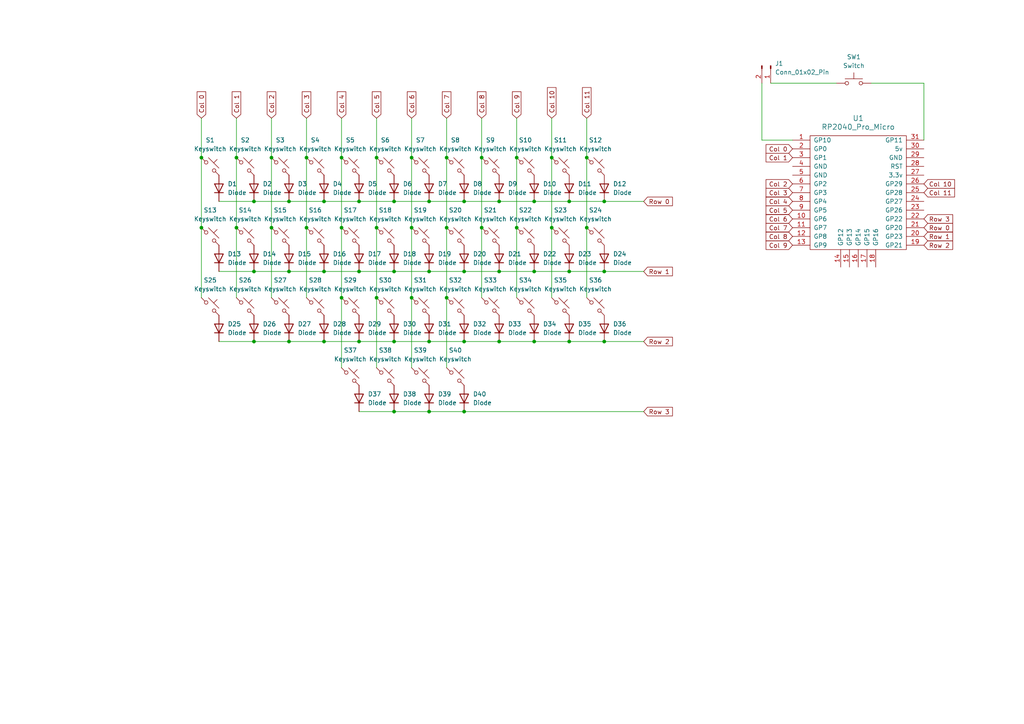
<source format=kicad_sch>
(kicad_sch (version 20231120) (generator "eeschema") (generator_version "8.0")
  (paper "A4")
  (lib_symbols
    (symbol "Connector:Conn_01x02_Pin" (pin_names (offset 1.016) hide)
      (property "Reference" "J" (at 0 2.54 0))
      (property "Value" "Conn_01x02_Pin" (at 0 -5.08 0))
      (symbol "Conn_01x02_Pin_1_1"
        (polyline (pts (xy 1.27 -2.54) (xy 0.8636 -2.54)) (stroke (width 0.1524)))
        (polyline (pts (xy 1.27 0) (xy 0.8636 0)) (stroke (width 0.1524)))
        (rectangle (start 0.8636 -2.413) (end 0 -2.667) (stroke (width 0.1524)) (fill (type outline)))
        (rectangle (start 0.8636 0.127) (end 0 -0.127) (stroke (width 0.1524)) (fill (type outline)))
        (pin passive line (at 5.08 0 180) (length 3.81) (name "Pin_1") (number "1"))
        (pin passive line (at 5.08 -2.54 180) (length 3.81) (name "Pin_2") (number "2"))
      )
    )
    (symbol "ScottoKeebs:MCU_RP2040_Pro_Micro" (pin_names (offset 1.016))
      (property "Reference" "U" (at 0 0 0))
      (property "Value" "RP2040_Pro_Micro" (at 0 -27.686 0))
      (symbol "MCU_RP2040_Pro_Micro_0_1"
        (rectangle (start -13.97 16.51) (end 13.97 -16.51))
      )
      (symbol "MCU_RP2040_Pro_Micro_1_1"
        (pin input line (at -19.05 15.24 0) (length 5.08) (name "GP10") (number "1"))
        (pin input line (at -19.05 -7.62 0) (length 5.08) (name "GP6") (number "10"))
        (pin input line (at -19.05 -10.16 0) (length 5.08) (name "GP7") (number "11"))
        (pin input line (at -19.05 -12.7 0) (length 5.08) (name "GP8") (number "12"))
        (pin input line (at -19.05 -15.24 0) (length 5.08) (name "GP9") (number "13"))
        (pin input line (at -5.08 -21.59 90) (length 5.08) (name "GP12") (number "14"))
        (pin input line (at -2.54 -21.59 90) (length 5.08) (name "GP13") (number "15"))
        (pin input line (at 0 -21.59 90) (length 5.08) (name "GP14") (number "16"))
        (pin input line (at 2.54 -21.59 90) (length 5.08) (name "GP15") (number "17"))
        (pin input line (at 5.08 -21.59 90) (length 5.08) (name "GP16") (number "18"))
        (pin input line (at 19.05 -15.24 180) (length 5.08) (name "GP21") (number "19"))
        (pin input line (at -19.05 12.7 0) (length 5.08) (name "GP0") (number "2"))
        (pin input line (at 19.05 -12.7 180) (length 5.08) (name "GP23") (number "20"))
        (pin input line (at 19.05 -10.16 180) (length 5.08) (name "GP20") (number "21"))
        (pin input line (at 19.05 -7.62 180) (length 5.08) (name "GP22") (number "22"))
        (pin input line (at 19.05 -5.08 180) (length 5.08) (name "GP26") (number "23"))
        (pin input line (at 19.05 -2.54 180) (length 5.08) (name "GP27") (number "24"))
        (pin input line (at 19.05 0 180) (length 5.08) (name "GP28") (number "25"))
        (pin input line (at 19.05 2.54 180) (length 5.08) (name "GP29") (number "26"))
        (pin input line (at 19.05 5.08 180) (length 5.08) (name "3.3v") (number "27"))
        (pin input line (at 19.05 7.62 180) (length 5.08) (name "RST") (number "28"))
        (pin input line (at 19.05 10.16 180) (length 5.08) (name "GND") (number "29"))
        (pin input line (at -19.05 10.16 0) (length 5.08) (name "GP1") (number "3"))
        (pin input line (at 19.05 12.7 180) (length 5.08) (name "5v") (number "30"))
        (pin input line (at 19.05 15.24 180) (length 5.08) (name "GP11") (number "31"))
        (pin input line (at -19.05 7.62 0) (length 5.08) (name "GND") (number "4"))
        (pin input line (at -19.05 5.08 0) (length 5.08) (name "GND") (number "5"))
        (pin input line (at -19.05 2.54 0) (length 5.08) (name "GP2") (number "6"))
        (pin input line (at -19.05 0 0) (length 5.08) (name "GP3") (number "7"))
        (pin input line (at -19.05 -2.54 0) (length 5.08) (name "GP4") (number "8"))
        (pin input line (at -19.05 -5.08 0) (length 5.08) (name "GP5") (number "9"))
      )
    )
    (symbol "ScottoKeebs:Placeholder_Diode" (pin_numbers hide) (pin_names hide)
      (property "Reference" "D" (at 0 2.54 0))
      (property "Value" "Diode" (at 0 -2.54 0))
      (symbol "Placeholder_Diode_0_1"
        (polyline (pts (xy -1.27 1.27) (xy -1.27 -1.27)) (stroke (width 0.254)))
        (polyline (pts (xy 1.27 0) (xy -1.27 0)))
        (polyline (pts (xy 1.27 1.27) (xy 1.27 -1.27) (xy -1.27 0) (xy 1.27 1.27)) (stroke (width 0.254)))
      )
      (symbol "Placeholder_Diode_1_1"
        (pin passive line (at -3.81 0 0) (length 2.54) (name "K") (number "1"))
        (pin passive line (at 3.81 0 180) (length 2.54) (name "A") (number "2"))
      )
    )
    (symbol "ScottoKeebs:Placeholder_Keyswitch" (pin_numbers hide) (pin_names (offset 1.016) hide)
      (property "Reference" "S" (at 3.048 1.016 0))
      (property "Value" "Keyswitch" (at 0 -3.81 0))
      (symbol "Placeholder_Keyswitch_0_1"
        (circle (center -1.1684 1.1684) (radius 0.508))
        (polyline (pts (xy -0.508 2.54) (xy 2.54 -0.508)))
        (polyline (pts (xy 1.016 1.016) (xy 2.032 2.032)))
        (polyline (pts (xy -2.54 2.54) (xy -1.524 1.524) (xy -1.524 1.524)))
        (polyline (pts (xy 1.524 -1.524) (xy 2.54 -2.54) (xy 2.54 -2.54) (xy 2.54 -2.54)))
        (circle (center 1.143 -1.1938) (radius 0.508))
        (pin passive line (at -2.54 2.54 0) (length 0) (name "1") (number "1"))
        (pin passive line (at 2.54 -2.54 180) (length 0) (name "2") (number "2"))
      )
    )
    (symbol "ScottoKeebs:Placeholder_Switch" (pin_numbers hide) (pin_names (offset 1.016) hide)
      (property "Reference" "SW" (at 1.27 2.54 0))
      (property "Value" "Switch" (at 0 -1.524 0))
      (symbol "Placeholder_Switch_0_1"
        (circle (center -2.032 0) (radius 0.508))
        (polyline (pts (xy 0 1.27) (xy 0 3.048)))
        (polyline (pts (xy 2.54 1.27) (xy -2.54 1.27)))
        (circle (center 2.032 0) (radius 0.508))
        (pin passive line (at -5.08 0 0) (length 2.54) (name "1") (number "1"))
        (pin passive line (at 5.08 0 180) (length 2.54) (name "2") (number "2"))
      )
    )
  )
  (junction (at 134.62 58.42))
  (junction (at 165.1 58.42))
  (junction (at 99.06 86.36))
  (junction (at 114.3 119.38))
  (junction (at 165.1 99.06))
  (junction (at 73.66 58.42))
  (junction (at 160.02 66.04))
  (junction (at 68.58 45.72))
  (junction (at 134.62 99.06))
  (junction (at 83.82 99.06))
  (junction (at 170.18 45.72))
  (junction (at 154.94 99.06))
  (junction (at 109.22 86.36))
  (junction (at 165.1 78.74))
  (junction (at 109.22 66.04))
  (junction (at 104.14 99.06))
  (junction (at 78.74 45.72))
  (junction (at 73.66 99.06))
  (junction (at 154.94 78.74))
  (junction (at 134.62 119.38))
  (junction (at 175.26 99.06))
  (junction (at 149.86 45.72))
  (junction (at 93.98 99.06))
  (junction (at 104.14 78.74))
  (junction (at 149.86 66.04))
  (junction (at 139.7 66.04))
  (junction (at 93.98 58.42))
  (junction (at 114.3 99.06))
  (junction (at 114.3 78.74))
  (junction (at 83.82 58.42))
  (junction (at 99.06 66.04))
  (junction (at 58.42 66.04))
  (junction (at 129.54 66.04))
  (junction (at 119.38 66.04))
  (junction (at 160.02 45.72))
  (junction (at 119.38 45.72))
  (junction (at 83.82 78.74))
  (junction (at 175.26 78.74))
  (junction (at 175.26 58.42))
  (junction (at 78.74 66.04))
  (junction (at 93.98 78.74))
  (junction (at 124.46 58.42))
  (junction (at 104.14 58.42))
  (junction (at 170.18 66.04))
  (junction (at 114.3 58.42))
  (junction (at 129.54 86.36))
  (junction (at 119.38 86.36))
  (junction (at 134.62 78.74))
  (junction (at 124.46 99.06))
  (junction (at 144.78 99.06))
  (junction (at 144.78 78.74))
  (junction (at 58.42 45.72))
  (junction (at 154.94 58.42))
  (junction (at 124.46 78.74))
  (junction (at 88.9 45.72))
  (junction (at 68.58 66.04))
  (junction (at 88.9 66.04))
  (junction (at 144.78 58.42))
  (junction (at 124.46 119.38))
  (junction (at 73.66 78.74))
  (junction (at 139.7 45.72))
  (junction (at 99.06 45.72))
  (junction (at 109.22 45.72))
  (junction (at 129.54 45.72))
  (wire (pts (xy 229.87 40.64) (xy 220.98 40.64)))
  (wire (pts (xy 78.74 34.29) (xy 78.74 45.72)))
  (wire (pts (xy 99.06 86.36) (xy 99.06 106.68)))
  (wire (pts (xy 78.74 66.04) (xy 78.74 86.36)))
  (wire (pts (xy 104.14 58.42) (xy 114.3 58.42)))
  (wire (pts (xy 114.3 119.38) (xy 124.46 119.38)))
  (wire (pts (xy 220.98 40.64) (xy 220.98 24.13)))
  (wire (pts (xy 252.73 24.13) (xy 267.97 24.13)))
  (wire (pts (xy 88.9 66.04) (xy 88.9 86.36)))
  (wire (pts (xy 114.3 99.06) (xy 124.46 99.06)))
  (wire (pts (xy 186.69 78.74) (xy 175.26 78.74)))
  (wire (pts (xy 93.98 58.42) (xy 104.14 58.42)))
  (wire (pts (xy 58.42 66.04) (xy 58.42 86.36)))
  (wire (pts (xy 267.97 24.13) (xy 267.97 40.64)))
  (wire (pts (xy 58.42 34.29) (xy 58.42 45.72)))
  (wire (pts (xy 149.86 66.04) (xy 149.86 86.36)))
  (wire (pts (xy 119.38 86.36) (xy 119.38 106.68)))
  (wire (pts (xy 124.46 119.38) (xy 134.62 119.38)))
  (wire (pts (xy 104.14 78.74) (xy 114.3 78.74)))
  (wire (pts (xy 134.62 99.06) (xy 144.78 99.06)))
  (wire (pts (xy 165.1 99.06) (xy 175.26 99.06)))
  (wire (pts (xy 170.18 45.72) (xy 170.18 66.04)))
  (wire (pts (xy 88.9 34.29) (xy 88.9 45.72)))
  (wire (pts (xy 104.14 119.38) (xy 114.3 119.38)))
  (wire (pts (xy 83.82 99.06) (xy 93.98 99.06)))
  (wire (pts (xy 160.02 34.29) (xy 160.02 45.72)))
  (wire (pts (xy 119.38 45.72) (xy 119.38 66.04)))
  (wire (pts (xy 93.98 78.74) (xy 104.14 78.74)))
  (wire (pts (xy 160.02 45.72) (xy 160.02 66.04)))
  (wire (pts (xy 68.58 66.04) (xy 68.58 86.36)))
  (wire (pts (xy 170.18 34.29) (xy 170.18 45.72)))
  (wire (pts (xy 149.86 34.29) (xy 149.86 45.72)))
  (wire (pts (xy 119.38 34.29) (xy 119.38 45.72)))
  (wire (pts (xy 139.7 34.29) (xy 139.7 45.72)))
  (wire (pts (xy 129.54 66.04) (xy 129.54 86.36)))
  (wire (pts (xy 165.1 78.74) (xy 175.26 78.74)))
  (wire (pts (xy 129.54 45.72) (xy 129.54 66.04)))
  (wire (pts (xy 73.66 78.74) (xy 83.82 78.74)))
  (wire (pts (xy 109.22 86.36) (xy 109.22 106.68)))
  (wire (pts (xy 104.14 99.06) (xy 114.3 99.06)))
  (wire (pts (xy 58.42 45.72) (xy 58.42 66.04)))
  (wire (pts (xy 109.22 66.04) (xy 109.22 86.36)))
  (wire (pts (xy 78.74 45.72) (xy 78.74 66.04)))
  (wire (pts (xy 93.98 99.06) (xy 104.14 99.06)))
  (wire (pts (xy 170.18 66.04) (xy 170.18 86.36)))
  (wire (pts (xy 154.94 99.06) (xy 165.1 99.06)))
  (wire (pts (xy 134.62 119.38) (xy 186.69 119.38)))
  (wire (pts (xy 134.62 78.74) (xy 144.78 78.74)))
  (wire (pts (xy 124.46 99.06) (xy 134.62 99.06)))
  (wire (pts (xy 63.5 58.42) (xy 73.66 58.42)))
  (wire (pts (xy 186.69 58.42) (xy 175.26 58.42)))
  (wire (pts (xy 154.94 78.74) (xy 165.1 78.74)))
  (wire (pts (xy 73.66 99.06) (xy 83.82 99.06)))
  (wire (pts (xy 154.94 58.42) (xy 165.1 58.42)))
  (wire (pts (xy 109.22 34.29) (xy 109.22 45.72)))
  (wire (pts (xy 144.78 58.42) (xy 154.94 58.42)))
  (wire (pts (xy 83.82 58.42) (xy 93.98 58.42)))
  (wire (pts (xy 129.54 34.29) (xy 129.54 45.72)))
  (wire (pts (xy 114.3 58.42) (xy 124.46 58.42)))
  (wire (pts (xy 160.02 66.04) (xy 160.02 86.36)))
  (wire (pts (xy 139.7 66.04) (xy 139.7 86.36)))
  (wire (pts (xy 144.78 99.06) (xy 154.94 99.06)))
  (wire (pts (xy 119.38 66.04) (xy 119.38 86.36)))
  (wire (pts (xy 73.66 58.42) (xy 83.82 58.42)))
  (wire (pts (xy 114.3 78.74) (xy 124.46 78.74)))
  (wire (pts (xy 68.58 34.29) (xy 68.58 45.72)))
  (wire (pts (xy 124.46 58.42) (xy 134.62 58.42)))
  (wire (pts (xy 165.1 58.42) (xy 175.26 58.42)))
  (wire (pts (xy 63.5 78.74) (xy 73.66 78.74)))
  (wire (pts (xy 99.06 66.04) (xy 99.06 86.36)))
  (wire (pts (xy 83.82 78.74) (xy 93.98 78.74)))
  (wire (pts (xy 88.9 45.72) (xy 88.9 66.04)))
  (wire (pts (xy 129.54 86.36) (xy 129.54 106.68)))
  (wire (pts (xy 139.7 45.72) (xy 139.7 66.04)))
  (wire (pts (xy 149.86 45.72) (xy 149.86 66.04)))
  (wire (pts (xy 68.58 45.72) (xy 68.58 66.04)))
  (wire (pts (xy 63.5 99.06) (xy 73.66 99.06)))
  (wire (pts (xy 99.06 34.29) (xy 99.06 45.72)))
  (wire (pts (xy 109.22 45.72) (xy 109.22 66.04)))
  (wire (pts (xy 144.78 78.74) (xy 154.94 78.74)))
  (wire (pts (xy 223.52 24.13) (xy 242.57 24.13)))
  (wire (pts (xy 134.62 58.42) (xy 144.78 58.42)))
  (wire (pts (xy 99.06 45.72) (xy 99.06 66.04)))
  (wire (pts (xy 124.46 78.74) (xy 134.62 78.74)))
  (wire (pts (xy 186.69 99.06) (xy 175.26 99.06)))
  (global_label "Col 7" (shape input) (at 229.87 66.04 180) (property "Intersheetrefs" "${INTERSHEET_REFS}" (effects (hide yes))))
  (global_label "Col 1" (shape input) (at 68.58 34.29 90) (property "Intersheetrefs" "${INTERSHEET_REFS}" (effects (hide yes))))
  (global_label "Col 1" (shape input) (at 229.87 45.72 180) (property "Intersheetrefs" "${INTERSHEET_REFS}" (effects (hide yes))))
  (global_label "Col 0" (shape input) (at 229.87 43.18 180) (property "Intersheetrefs" "${INTERSHEET_REFS}" (effects (hide yes))))
  (global_label "Col 10" (shape input) (at 160.02 34.29 90) (property "Intersheetrefs" "${INTERSHEET_REFS}" (effects (hide yes))))
  (global_label "Col 3" (shape input) (at 229.87 55.88 180) (property "Intersheetrefs" "${INTERSHEET_REFS}" (effects (hide yes))))
  (global_label "Col 2" (shape input) (at 78.74 34.29 90) (property "Intersheetrefs" "${INTERSHEET_REFS}" (effects (hide yes))))
  (global_label "Col 5" (shape input) (at 109.22 34.29 90) (property "Intersheetrefs" "${INTERSHEET_REFS}" (effects (hide yes))))
  (global_label "Row 3" (shape input) (at 267.97 63.5 0) (property "Intersheetrefs" "${INTERSHEET_REFS}" (effects (hide yes))))
  (global_label "Col 4" (shape input) (at 99.06 34.29 90) (property "Intersheetrefs" "${INTERSHEET_REFS}" (effects (hide yes))))
  (global_label "Col 9" (shape input) (at 229.87 71.12 180) (property "Intersheetrefs" "${INTERSHEET_REFS}" (effects (hide yes))))
  (global_label "Col 7" (shape input) (at 129.54 34.29 90) (property "Intersheetrefs" "${INTERSHEET_REFS}" (effects (hide yes))))
  (global_label "Row 0" (shape input) (at 267.97 66.04 0) (property "Intersheetrefs" "${INTERSHEET_REFS}" (effects (hide yes))))
  (global_label "Row 1" (shape input) (at 267.97 68.58 0) (property "Intersheetrefs" "${INTERSHEET_REFS}" (effects (hide yes))))
  (global_label "Col 5" (shape input) (at 229.87 60.96 180) (property "Intersheetrefs" "${INTERSHEET_REFS}" (effects (hide yes))))
  (global_label "Col 6" (shape input) (at 119.38 34.29 90) (property "Intersheetrefs" "${INTERSHEET_REFS}" (effects (hide yes))))
  (global_label "Row 3" (shape input) (at 186.69 119.38 0) (property "Intersheetrefs" "${INTERSHEET_REFS}" (effects (hide yes))))
  (global_label "Col 8" (shape input) (at 229.87 68.58 180) (property "Intersheetrefs" "${INTERSHEET_REFS}" (effects (hide yes))))
  (global_label "Row 2" (shape input) (at 186.69 99.06 0) (property "Intersheetrefs" "${INTERSHEET_REFS}" (effects (hide yes))))
  (global_label "Col 3" (shape input) (at 88.9 34.29 90) (property "Intersheetrefs" "${INTERSHEET_REFS}" (effects (hide yes))))
  (global_label "Row 1" (shape input) (at 186.69 78.74 0) (property "Intersheetrefs" "${INTERSHEET_REFS}" (effects (hide yes))))
  (global_label "Col 11" (shape input) (at 170.18 34.29 90) (property "Intersheetrefs" "${INTERSHEET_REFS}" (effects (hide yes))))
  (global_label "Row 2" (shape input) (at 267.97 71.12 0) (property "Intersheetrefs" "${INTERSHEET_REFS}" (effects (hide yes))))
  (global_label "Col 10" (shape input) (at 267.97 53.34 0) (property "Intersheetrefs" "${INTERSHEET_REFS}" (effects (hide yes))))
  (global_label "Col 2" (shape input) (at 229.87 53.34 180) (property "Intersheetrefs" "${INTERSHEET_REFS}" (effects (hide yes))))
  (global_label "Col 4" (shape input) (at 229.87 58.42 180) (property "Intersheetrefs" "${INTERSHEET_REFS}" (effects (hide yes))))
  (global_label "Col 0" (shape input) (at 58.42 34.29 90) (property "Intersheetrefs" "${INTERSHEET_REFS}" (effects (hide yes))))
  (global_label "Col 8" (shape input) (at 139.7 34.29 90) (property "Intersheetrefs" "${INTERSHEET_REFS}" (effects (hide yes))))
  (global_label "Col 9" (shape input) (at 149.86 34.29 90) (property "Intersheetrefs" "${INTERSHEET_REFS}" (effects (hide yes))))
  (global_label "Col 6" (shape input) (at 229.87 63.5 180) (property "Intersheetrefs" "${INTERSHEET_REFS}" (effects (hide yes))))
  (global_label "Col 11" (shape input) (at 267.97 55.88 0) (property "Intersheetrefs" "${INTERSHEET_REFS}" (effects (hide yes))))
  (global_label "Row 0" (shape input) (at 186.69 58.42 0) (property "Intersheetrefs" "${INTERSHEET_REFS}" (effects (hide yes))))
  (symbol (lib_id "ScottoKeebs:Placeholder_Keyswitch") (at 172.72 68.58 0) (unit 1)
    (property "Reference" "S24" (at 172.72 60.96 0))
    (property "Value" "Keyswitch" (at 172.72 63.5 0))
    (property "Footprint" "ScottoKeebs_Hotswap:Hotswap_Choc_V1_1.00u" (effects (hide yes)))
    (property "Description" "Push button switch, normally open, two pins, 45° tilted" (effects (hide yes)))
  )
  (symbol (lib_id "ScottoKeebs:Placeholder_Keyswitch") (at 101.6 88.9 0) (unit 1)
    (property "Reference" "S29" (at 101.6 81.28 0))
    (property "Value" "Keyswitch" (at 101.6 83.82 0))
    (property "Footprint" "ScottoKeebs_Hotswap:Hotswap_Choc_V1_1.00u" (effects (hide yes)))
    (property "Description" "Push button switch, normally open, two pins, 45° tilted" (effects (hide yes)))
  )
  (symbol (lib_id "ScottoKeebs:Placeholder_Keyswitch") (at 172.72 48.26 0) (unit 1)
    (property "Reference" "S12" (at 172.72 40.64 0))
    (property "Value" "Keyswitch" (at 172.72 43.18 0))
    (property "Footprint" "ScottoKeebs_Hotswap:Hotswap_Choc_V1_1.00u" (effects (hide yes)))
    (property "Description" "Push button switch, normally open, two pins, 45° tilted" (effects (hide yes)))
  )
  (symbol (lib_id "ScottoKeebs:Placeholder_Diode") (at 114.3 74.93 90) (unit 1)
    (property "Reference" "D18" (at 116.84 73.6599 90) (effects (justify right)))
    (property "Value" "Diode" (at 116.84 76.1999 90) (effects (justify right)))
    (property "Footprint" "ScottoKeebs_Components:Diode_SOD-123" (effects (hide yes)))
    (property "Description" "1N4148 (DO-35) or 1N4148W (SOD-123)" (effects (hide yes)))
    (property "Sim.Device" "D" (effects (hide yes)))
    (property "Sim.Pins" "1=K 2=A" (effects (hide yes)))
  )
  (symbol (lib_id "ScottoKeebs:Placeholder_Keyswitch") (at 81.28 88.9 0) (unit 1)
    (property "Reference" "S27" (at 81.28 81.28 0))
    (property "Value" "Keyswitch" (at 81.28 83.82 0))
    (property "Footprint" "ScottoKeebs_Hotswap:Hotswap_Choc_V1_1.00u" (effects (hide yes)))
    (property "Description" "Push button switch, normally open, two pins, 45° tilted" (effects (hide yes)))
  )
  (symbol (lib_id "ScottoKeebs:Placeholder_Diode") (at 175.26 95.25 90) (unit 1)
    (property "Reference" "D36" (at 177.8 93.9799 90) (effects (justify right)))
    (property "Value" "Diode" (at 177.8 96.5199 90) (effects (justify right)))
    (property "Footprint" "ScottoKeebs_Components:Diode_SOD-123" (effects (hide yes)))
    (property "Description" "1N4148 (DO-35) or 1N4148W (SOD-123)" (effects (hide yes)))
    (property "Sim.Device" "D" (effects (hide yes)))
    (property "Sim.Pins" "1=K 2=A" (effects (hide yes)))
  )
  (symbol (lib_id "ScottoKeebs:Placeholder_Diode") (at 165.1 74.93 90) (unit 1)
    (property "Reference" "D23" (at 167.64 73.6599 90) (effects (justify right)))
    (property "Value" "Diode" (at 167.64 76.1999 90) (effects (justify right)))
    (property "Footprint" "ScottoKeebs_Components:Diode_SOD-123" (effects (hide yes)))
    (property "Description" "1N4148 (DO-35) or 1N4148W (SOD-123)" (effects (hide yes)))
    (property "Sim.Device" "D" (effects (hide yes)))
    (property "Sim.Pins" "1=K 2=A" (effects (hide yes)))
  )
  (symbol (lib_id "ScottoKeebs:Placeholder_Diode") (at 114.3 115.57 90) (unit 1)
    (property "Reference" "D38" (at 116.84 114.2999 90) (effects (justify right)))
    (property "Value" "Diode" (at 116.84 116.8399 90) (effects (justify right)))
    (property "Footprint" "ScottoKeebs_Components:Diode_SOD-123" (effects (hide yes)))
    (property "Description" "1N4148 (DO-35) or 1N4148W (SOD-123)" (effects (hide yes)))
    (property "Sim.Device" "D" (effects (hide yes)))
    (property "Sim.Pins" "1=K 2=A" (effects (hide yes)))
  )
  (symbol (lib_id "ScottoKeebs:Placeholder_Diode") (at 83.82 95.25 90) (unit 1)
    (property "Reference" "D27" (at 86.36 93.9799 90) (effects (justify right)))
    (property "Value" "Diode" (at 86.36 96.5199 90) (effects (justify right)))
    (property "Footprint" "ScottoKeebs_Components:Diode_SOD-123" (effects (hide yes)))
    (property "Description" "1N4148 (DO-35) or 1N4148W (SOD-123)" (effects (hide yes)))
    (property "Sim.Device" "D" (effects (hide yes)))
    (property "Sim.Pins" "1=K 2=A" (effects (hide yes)))
  )
  (symbol (lib_id "ScottoKeebs:Placeholder_Diode") (at 104.14 115.57 90) (unit 1)
    (property "Reference" "D37" (at 106.68 114.2999 90) (effects (justify right)))
    (property "Value" "Diode" (at 106.68 116.8399 90) (effects (justify right)))
    (property "Footprint" "ScottoKeebs_Components:Diode_SOD-123" (effects (hide yes)))
    (property "Description" "1N4148 (DO-35) or 1N4148W (SOD-123)" (effects (hide yes)))
    (property "Sim.Device" "D" (effects (hide yes)))
    (property "Sim.Pins" "1=K 2=A" (effects (hide yes)))
  )
  (symbol (lib_id "ScottoKeebs:Placeholder_Diode") (at 93.98 74.93 90) (unit 1)
    (property "Reference" "D16" (at 96.52 73.6599 90) (effects (justify right)))
    (property "Value" "Diode" (at 96.52 76.1999 90) (effects (justify right)))
    (property "Footprint" "ScottoKeebs_Components:Diode_SOD-123" (effects (hide yes)))
    (property "Description" "1N4148 (DO-35) or 1N4148W (SOD-123)" (effects (hide yes)))
    (property "Sim.Device" "D" (effects (hide yes)))
    (property "Sim.Pins" "1=K 2=A" (effects (hide yes)))
  )
  (symbol (lib_id "ScottoKeebs:Placeholder_Diode") (at 144.78 95.25 90) (unit 1)
    (property "Reference" "D33" (at 147.32 93.9799 90) (effects (justify right)))
    (property "Value" "Diode" (at 147.32 96.5199 90) (effects (justify right)))
    (property "Footprint" "ScottoKeebs_Components:Diode_SOD-123" (effects (hide yes)))
    (property "Description" "1N4148 (DO-35) or 1N4148W (SOD-123)" (effects (hide yes)))
    (property "Sim.Device" "D" (effects (hide yes)))
    (property "Sim.Pins" "1=K 2=A" (effects (hide yes)))
  )
  (symbol (lib_id "ScottoKeebs:Placeholder_Diode") (at 104.14 95.25 90) (unit 1)
    (property "Reference" "D29" (at 106.68 93.9799 90) (effects (justify right)))
    (property "Value" "Diode" (at 106.68 96.5199 90) (effects (justify right)))
    (property "Footprint" "ScottoKeebs_Components:Diode_SOD-123" (effects (hide yes)))
    (property "Description" "1N4148 (DO-35) or 1N4148W (SOD-123)" (effects (hide yes)))
    (property "Sim.Device" "D" (effects (hide yes)))
    (property "Sim.Pins" "1=K 2=A" (effects (hide yes)))
  )
  (symbol (lib_id "ScottoKeebs:Placeholder_Keyswitch") (at 162.56 68.58 0) (unit 1)
    (property "Reference" "S23" (at 162.56 60.96 0))
    (property "Value" "Keyswitch" (at 162.56 63.5 0))
    (property "Footprint" "ScottoKeebs_Hotswap:Hotswap_Choc_V1_1.00u" (effects (hide yes)))
    (property "Description" "Push button switch, normally open, two pins, 45° tilted" (effects (hide yes)))
  )
  (symbol (lib_id "ScottoKeebs:Placeholder_Keyswitch") (at 111.76 88.9 0) (unit 1)
    (property "Reference" "S30" (at 111.76 81.28 0))
    (property "Value" "Keyswitch" (at 111.76 83.82 0))
    (property "Footprint" "ScottoKeebs_Hotswap:Hotswap_Choc_V1_1.00u" (effects (hide yes)))
    (property "Description" "Push button switch, normally open, two pins, 45° tilted" (effects (hide yes)))
  )
  (symbol (lib_id "ScottoKeebs:Placeholder_Keyswitch") (at 172.72 88.9 0) (unit 1)
    (property "Reference" "S36" (at 172.72 81.28 0))
    (property "Value" "Keyswitch" (at 172.72 83.82 0))
    (property "Footprint" "ScottoKeebs_Hotswap:Hotswap_Choc_V1_1.00u" (effects (hide yes)))
    (property "Description" "Push button switch, normally open, two pins, 45° tilted" (effects (hide yes)))
  )
  (symbol (lib_id "ScottoKeebs:Placeholder_Keyswitch") (at 101.6 48.26 0) (unit 1)
    (property "Reference" "S5" (at 101.6 40.64 0))
    (property "Value" "Keyswitch" (at 101.6 43.18 0))
    (property "Footprint" "ScottoKeebs_Hotswap:Hotswap_Choc_V1_1.00u" (effects (hide yes)))
    (property "Description" "Push button switch, normally open, two pins, 45° tilted" (effects (hide yes)))
  )
  (symbol (lib_id "ScottoKeebs:Placeholder_Keyswitch") (at 142.24 88.9 0) (unit 1)
    (property "Reference" "S33" (at 142.24 81.28 0))
    (property "Value" "Keyswitch" (at 142.24 83.82 0))
    (property "Footprint" "ScottoKeebs_Hotswap:Hotswap_Choc_V1_1.00u" (effects (hide yes)))
    (property "Description" "Push button switch, normally open, two pins, 45° tilted" (effects (hide yes)))
  )
  (symbol (lib_id "ScottoKeebs:Placeholder_Diode") (at 83.82 74.93 90) (unit 1)
    (property "Reference" "D15" (at 86.36 73.6599 90) (effects (justify right)))
    (property "Value" "Diode" (at 86.36 76.1999 90) (effects (justify right)))
    (property "Footprint" "ScottoKeebs_Components:Diode_SOD-123" (effects (hide yes)))
    (property "Description" "1N4148 (DO-35) or 1N4148W (SOD-123)" (effects (hide yes)))
    (property "Sim.Device" "D" (effects (hide yes)))
    (property "Sim.Pins" "1=K 2=A" (effects (hide yes)))
  )
  (symbol (lib_id "ScottoKeebs:Placeholder_Diode") (at 134.62 95.25 90) (unit 1)
    (property "Reference" "D32" (at 137.16 93.9799 90) (effects (justify right)))
    (property "Value" "Diode" (at 137.16 96.5199 90) (effects (justify right)))
    (property "Footprint" "ScottoKeebs_Components:Diode_SOD-123" (effects (hide yes)))
    (property "Description" "1N4148 (DO-35) or 1N4148W (SOD-123)" (effects (hide yes)))
    (property "Sim.Device" "D" (effects (hide yes)))
    (property "Sim.Pins" "1=K 2=A" (effects (hide yes)))
  )
  (symbol (lib_id "ScottoKeebs:Placeholder_Diode") (at 114.3 95.25 90) (unit 1)
    (property "Reference" "D30" (at 116.84 93.9799 90) (effects (justify right)))
    (property "Value" "Diode" (at 116.84 96.5199 90) (effects (justify right)))
    (property "Footprint" "ScottoKeebs_Components:Diode_SOD-123" (effects (hide yes)))
    (property "Description" "1N4148 (DO-35) or 1N4148W (SOD-123)" (effects (hide yes)))
    (property "Sim.Device" "D" (effects (hide yes)))
    (property "Sim.Pins" "1=K 2=A" (effects (hide yes)))
  )
  (symbol (lib_id "ScottoKeebs:Placeholder_Diode") (at 175.26 54.61 90) (unit 1)
    (property "Reference" "D12" (at 177.8 53.3399 90) (effects (justify right)))
    (property "Value" "Diode" (at 177.8 55.8799 90) (effects (justify right)))
    (property "Footprint" "ScottoKeebs_Components:Diode_SOD-123" (effects (hide yes)))
    (property "Description" "1N4148 (DO-35) or 1N4148W (SOD-123)" (effects (hide yes)))
    (property "Sim.Device" "D" (effects (hide yes)))
    (property "Sim.Pins" "1=K 2=A" (effects (hide yes)))
  )
  (symbol (lib_id "ScottoKeebs:Placeholder_Keyswitch") (at 111.76 48.26 0) (unit 1)
    (property "Reference" "S6" (at 111.76 40.64 0))
    (property "Value" "Keyswitch" (at 111.76 43.18 0))
    (property "Footprint" "ScottoKeebs_Hotswap:Hotswap_Choc_V1_1.00u" (effects (hide yes)))
    (property "Description" "Push button switch, normally open, two pins, 45° tilted" (effects (hide yes)))
  )
  (symbol (lib_id "ScottoKeebs:Placeholder_Keyswitch") (at 142.24 68.58 0) (unit 1)
    (property "Reference" "S21" (at 142.24 60.96 0))
    (property "Value" "Keyswitch" (at 142.24 63.5 0))
    (property "Footprint" "ScottoKeebs_Hotswap:Hotswap_Choc_V1_1.00u" (effects (hide yes)))
    (property "Description" "Push button switch, normally open, two pins, 45° tilted" (effects (hide yes)))
  )
  (symbol (lib_id "ScottoKeebs:Placeholder_Keyswitch") (at 71.12 68.58 0) (unit 1)
    (property "Reference" "S14" (at 71.12 60.96 0))
    (property "Value" "Keyswitch" (at 71.12 63.5 0))
    (property "Footprint" "ScottoKeebs_Hotswap:Hotswap_Choc_V1_1.00u" (effects (hide yes)))
    (property "Description" "Push button switch, normally open, two pins, 45° tilted" (effects (hide yes)))
  )
  (symbol (lib_id "ScottoKeebs:Placeholder_Diode") (at 144.78 54.61 90) (unit 1)
    (property "Reference" "D9" (at 147.32 53.3399 90) (effects (justify right)))
    (property "Value" "Diode" (at 147.32 55.8799 90) (effects (justify right)))
    (property "Footprint" "ScottoKeebs_Components:Diode_SOD-123" (effects (hide yes)))
    (property "Description" "1N4148 (DO-35) or 1N4148W (SOD-123)" (effects (hide yes)))
    (property "Sim.Device" "D" (effects (hide yes)))
    (property "Sim.Pins" "1=K 2=A" (effects (hide yes)))
  )
  (symbol (lib_id "ScottoKeebs:Placeholder_Diode") (at 104.14 74.93 90) (unit 1)
    (property "Reference" "D17" (at 106.68 73.6599 90) (effects (justify right)))
    (property "Value" "Diode" (at 106.68 76.1999 90) (effects (justify right)))
    (property "Footprint" "ScottoKeebs_Components:Diode_SOD-123" (effects (hide yes)))
    (property "Description" "1N4148 (DO-35) or 1N4148W (SOD-123)" (effects (hide yes)))
    (property "Sim.Device" "D" (effects (hide yes)))
    (property "Sim.Pins" "1=K 2=A" (effects (hide yes)))
  )
  (symbol (lib_id "ScottoKeebs:Placeholder_Keyswitch") (at 142.24 48.26 0) (unit 1)
    (property "Reference" "S9" (at 142.24 40.64 0))
    (property "Value" "Keyswitch" (at 142.24 43.18 0))
    (property "Footprint" "ScottoKeebs_Hotswap:Hotswap_Choc_V1_1.00u" (effects (hide yes)))
    (property "Description" "Push button switch, normally open, two pins, 45° tilted" (effects (hide yes)))
  )
  (symbol (lib_id "ScottoKeebs:Placeholder_Diode") (at 114.3 54.61 90) (unit 1)
    (property "Reference" "D6" (at 116.84 53.3399 90) (effects (justify right)))
    (property "Value" "Diode" (at 116.84 55.8799 90) (effects (justify right)))
    (property "Footprint" "ScottoKeebs_Components:Diode_SOD-123" (effects (hide yes)))
    (property "Description" "1N4148 (DO-35) or 1N4148W (SOD-123)" (effects (hide yes)))
    (property "Sim.Device" "D" (effects (hide yes)))
    (property "Sim.Pins" "1=K 2=A" (effects (hide yes)))
  )
  (symbol (lib_id "ScottoKeebs:Placeholder_Keyswitch") (at 91.44 68.58 0) (unit 1)
    (property "Reference" "S16" (at 91.44 60.96 0))
    (property "Value" "Keyswitch" (at 91.44 63.5 0))
    (property "Footprint" "ScottoKeebs_Hotswap:Hotswap_Choc_V1_1.00u" (effects (hide yes)))
    (property "Description" "Push button switch, normally open, two pins, 45° tilted" (effects (hide yes)))
  )
  (symbol (lib_id "ScottoKeebs:Placeholder_Keyswitch") (at 132.08 68.58 0) (unit 1)
    (property "Reference" "S20" (at 132.08 60.96 0))
    (property "Value" "Keyswitch" (at 132.08 63.5 0))
    (property "Footprint" "ScottoKeebs_Hotswap:Hotswap_Choc_V1_1.00u" (effects (hide yes)))
    (property "Description" "Push button switch, normally open, two pins, 45° tilted" (effects (hide yes)))
  )
  (symbol (lib_id "ScottoKeebs:Placeholder_Diode") (at 124.46 54.61 90) (unit 1)
    (property "Reference" "D7" (at 127 53.3399 90) (effects (justify right)))
    (property "Value" "Diode" (at 127 55.8799 90) (effects (justify right)))
    (property "Footprint" "ScottoKeebs_Components:Diode_SOD-123" (effects (hide yes)))
    (property "Description" "1N4148 (DO-35) or 1N4148W (SOD-123)" (effects (hide yes)))
    (property "Sim.Device" "D" (effects (hide yes)))
    (property "Sim.Pins" "1=K 2=A" (effects (hide yes)))
  )
  (symbol (lib_id "ScottoKeebs:Placeholder_Keyswitch") (at 121.92 109.22 0) (unit 1)
    (property "Reference" "S39" (at 121.92 101.6 0))
    (property "Value" "Keyswitch" (at 121.92 104.14 0))
    (property "Footprint" "ScottoKeebs_Hotswap:Hotswap_Choc_V1_1.00u" (effects (hide yes)))
    (property "Description" "Push button switch, normally open, two pins, 45° tilted" (effects (hide yes)))
  )
  (symbol (lib_id "ScottoKeebs:Placeholder_Diode") (at 165.1 95.25 90) (unit 1)
    (property "Reference" "D35" (at 167.64 93.9799 90) (effects (justify right)))
    (property "Value" "Diode" (at 167.64 96.5199 90) (effects (justify right)))
    (property "Footprint" "ScottoKeebs_Components:Diode_SOD-123" (effects (hide yes)))
    (property "Description" "1N4148 (DO-35) or 1N4148W (SOD-123)" (effects (hide yes)))
    (property "Sim.Device" "D" (effects (hide yes)))
    (property "Sim.Pins" "1=K 2=A" (effects (hide yes)))
  )
  (symbol (lib_id "ScottoKeebs:Placeholder_Keyswitch") (at 91.44 48.26 0) (unit 1)
    (property "Reference" "S4" (at 91.44 40.64 0))
    (property "Value" "Keyswitch" (at 91.44 43.18 0))
    (property "Footprint" "ScottoKeebs_Hotswap:Hotswap_Choc_V1_1.00u" (effects (hide yes)))
    (property "Description" "Push button switch, normally open, two pins, 45° tilted" (effects (hide yes)))
  )
  (symbol (lib_id "ScottoKeebs:Placeholder_Keyswitch") (at 60.96 48.26 0) (unit 1)
    (property "Reference" "S1" (at 60.96 40.64 0))
    (property "Value" "Keyswitch" (at 60.96 43.18 0))
    (property "Footprint" "ScottoKeebs_Hotswap:Hotswap_Choc_V1_1.00u" (effects (hide yes)))
    (property "Description" "Push button switch, normally open, two pins, 45° tilted" (effects (hide yes)))
  )
  (symbol (lib_id "ScottoKeebs:Placeholder_Diode") (at 63.5 74.93 90) (unit 1)
    (property "Reference" "D13" (at 66.04 73.6599 90) (effects (justify right)))
    (property "Value" "Diode" (at 66.04 76.1999 90) (effects (justify right)))
    (property "Footprint" "ScottoKeebs_Components:Diode_SOD-123" (effects (hide yes)))
    (property "Description" "1N4148 (DO-35) or 1N4148W (SOD-123)" (effects (hide yes)))
    (property "Sim.Device" "D" (effects (hide yes)))
    (property "Sim.Pins" "1=K 2=A" (effects (hide yes)))
  )
  (symbol (lib_id "ScottoKeebs:Placeholder_Keyswitch") (at 111.76 68.58 0) (unit 1)
    (property "Reference" "S18" (at 111.76 60.96 0))
    (property "Value" "Keyswitch" (at 111.76 63.5 0))
    (property "Footprint" "ScottoKeebs_Hotswap:Hotswap_Choc_V1_1.00u" (effects (hide yes)))
    (property "Description" "Push button switch, normally open, two pins, 45° tilted" (effects (hide yes)))
  )
  (symbol (lib_id "ScottoKeebs:Placeholder_Diode") (at 104.14 54.61 90) (unit 1)
    (property "Reference" "D5" (at 106.68 53.3399 90) (effects (justify right)))
    (property "Value" "Diode" (at 106.68 55.8799 90) (effects (justify right)))
    (property "Footprint" "ScottoKeebs_Components:Diode_SOD-123" (effects (hide yes)))
    (property "Description" "1N4148 (DO-35) or 1N4148W (SOD-123)" (effects (hide yes)))
    (property "Sim.Device" "D" (effects (hide yes)))
    (property "Sim.Pins" "1=K 2=A" (effects (hide yes)))
  )
  (symbol (lib_id "ScottoKeebs:Placeholder_Diode") (at 175.26 74.93 90) (unit 1)
    (property "Reference" "D24" (at 177.8 73.6599 90) (effects (justify right)))
    (property "Value" "Diode" (at 177.8 76.1999 90) (effects (justify right)))
    (property "Footprint" "ScottoKeebs_Components:Diode_SOD-123" (effects (hide yes)))
    (property "Description" "1N4148 (DO-35) or 1N4148W (SOD-123)" (effects (hide yes)))
    (property "Sim.Device" "D" (effects (hide yes)))
    (property "Sim.Pins" "1=K 2=A" (effects (hide yes)))
  )
  (symbol (lib_id "ScottoKeebs:Placeholder_Diode") (at 154.94 95.25 90) (unit 1)
    (property "Reference" "D34" (at 157.48 93.9799 90) (effects (justify right)))
    (property "Value" "Diode" (at 157.48 96.5199 90) (effects (justify right)))
    (property "Footprint" "ScottoKeebs_Components:Diode_SOD-123" (effects (hide yes)))
    (property "Description" "1N4148 (DO-35) or 1N4148W (SOD-123)" (effects (hide yes)))
    (property "Sim.Device" "D" (effects (hide yes)))
    (property "Sim.Pins" "1=K 2=A" (effects (hide yes)))
  )
  (symbol (lib_id "ScottoKeebs:Placeholder_Diode") (at 134.62 54.61 90) (unit 1)
    (property "Reference" "D8" (at 137.16 53.3399 90) (effects (justify right)))
    (property "Value" "Diode" (at 137.16 55.8799 90) (effects (justify right)))
    (property "Footprint" "ScottoKeebs_Components:Diode_SOD-123" (effects (hide yes)))
    (property "Description" "1N4148 (DO-35) or 1N4148W (SOD-123)" (effects (hide yes)))
    (property "Sim.Device" "D" (effects (hide yes)))
    (property "Sim.Pins" "1=K 2=A" (effects (hide yes)))
  )
  (symbol (lib_id "ScottoKeebs:Placeholder_Keyswitch") (at 121.92 48.26 0) (unit 1)
    (property "Reference" "S7" (at 121.92 40.64 0))
    (property "Value" "Keyswitch" (at 121.92 43.18 0))
    (property "Footprint" "ScottoKeebs_Hotswap:Hotswap_Choc_V1_1.00u" (effects (hide yes)))
    (property "Description" "Push button switch, normally open, two pins, 45° tilted" (effects (hide yes)))
  )
  (symbol (lib_id "ScottoKeebs:Placeholder_Diode") (at 83.82 54.61 90) (unit 1)
    (property "Reference" "D3" (at 86.36 53.3399 90) (effects (justify right)))
    (property "Value" "Diode" (at 86.36 55.8799 90) (effects (justify right)))
    (property "Footprint" "ScottoKeebs_Components:Diode_SOD-123" (effects (hide yes)))
    (property "Description" "1N4148 (DO-35) or 1N4148W (SOD-123)" (effects (hide yes)))
    (property "Sim.Device" "D" (effects (hide yes)))
    (property "Sim.Pins" "1=K 2=A" (effects (hide yes)))
  )
  (symbol (lib_id "ScottoKeebs:Placeholder_Keyswitch") (at 152.4 48.26 0) (unit 1)
    (property "Reference" "S10" (at 152.4 40.64 0))
    (property "Value" "Keyswitch" (at 152.4 43.18 0))
    (property "Footprint" "ScottoKeebs_Hotswap:Hotswap_Choc_V1_1.00u" (effects (hide yes)))
    (property "Description" "Push button switch, normally open, two pins, 45° tilted" (effects (hide yes)))
  )
  (symbol (lib_id "ScottoKeebs:Placeholder_Keyswitch") (at 132.08 109.22 0) (unit 1)
    (property "Reference" "S40" (at 132.08 101.6 0))
    (property "Value" "Keyswitch" (at 132.08 104.14 0))
    (property "Footprint" "ScottoKeebs_Hotswap:Hotswap_Choc_V1_1.00u" (effects (hide yes)))
    (property "Description" "Push button switch, normally open, two pins, 45° tilted" (effects (hide yes)))
  )
  (symbol (lib_id "ScottoKeebs:Placeholder_Keyswitch") (at 132.08 48.26 0) (unit 1)
    (property "Reference" "S8" (at 132.08 40.64 0))
    (property "Value" "Keyswitch" (at 132.08 43.18 0))
    (property "Footprint" "ScottoKeebs_Hotswap:Hotswap_Choc_V1_1.00u" (effects (hide yes)))
    (property "Description" "Push button switch, normally open, two pins, 45° tilted" (effects (hide yes)))
  )
  (symbol (lib_id "ScottoKeebs:Placeholder_Keyswitch") (at 81.28 48.26 0) (unit 1)
    (property "Reference" "S3" (at 81.28 40.64 0))
    (property "Value" "Keyswitch" (at 81.28 43.18 0))
    (property "Footprint" "ScottoKeebs_Hotswap:Hotswap_Choc_V1_1.00u" (effects (hide yes)))
    (property "Description" "Push button switch, normally open, two pins, 45° tilted" (effects (hide yes)))
  )
  (symbol (lib_id "ScottoKeebs:Placeholder_Diode") (at 93.98 95.25 90) (unit 1)
    (property "Reference" "D28" (at 96.52 93.9799 90) (effects (justify right)))
    (property "Value" "Diode" (at 96.52 96.5199 90) (effects (justify right)))
    (property "Footprint" "ScottoKeebs_Components:Diode_SOD-123" (effects (hide yes)))
    (property "Description" "1N4148 (DO-35) or 1N4148W (SOD-123)" (effects (hide yes)))
    (property "Sim.Device" "D" (effects (hide yes)))
    (property "Sim.Pins" "1=K 2=A" (effects (hide yes)))
  )
  (symbol (lib_id "ScottoKeebs:Placeholder_Diode") (at 165.1 54.61 90) (unit 1)
    (property "Reference" "D11" (at 167.64 53.3399 90) (effects (justify right)))
    (property "Value" "Diode" (at 167.64 55.8799 90) (effects (justify right)))
    (property "Footprint" "ScottoKeebs_Components:Diode_SOD-123" (effects (hide yes)))
    (property "Description" "1N4148 (DO-35) or 1N4148W (SOD-123)" (effects (hide yes)))
    (property "Sim.Device" "D" (effects (hide yes)))
    (property "Sim.Pins" "1=K 2=A" (effects (hide yes)))
  )
  (symbol (lib_id "ScottoKeebs:Placeholder_Keyswitch") (at 162.56 48.26 0) (unit 1)
    (property "Reference" "S11" (at 162.56 40.64 0))
    (property "Value" "Keyswitch" (at 162.56 43.18 0))
    (property "Footprint" "ScottoKeebs_Hotswap:Hotswap_Choc_V1_1.00u" (effects (hide yes)))
    (property "Description" "Push button switch, normally open, two pins, 45° tilted" (effects (hide yes)))
  )
  (symbol (lib_id "ScottoKeebs:Placeholder_Switch") (at 247.65 24.13 0) (unit 1)
    (property "Reference" "SW1" (at 247.65 16.51 0))
    (property "Value" "Switch" (at 247.65 19.05 0))
    (property "Footprint" "ScottoKeebs_Components:Switch_MSK12C02" (effects (hide yes)))
    (property "Description" "Push button switch, generic, two pins" (effects (hide yes)))
  )
  (symbol (lib_id "ScottoKeebs:Placeholder_Keyswitch") (at 81.28 68.58 0) (unit 1)
    (property "Reference" "S15" (at 81.28 60.96 0))
    (property "Value" "Keyswitch" (at 81.28 63.5 0))
    (property "Footprint" "ScottoKeebs_Hotswap:Hotswap_Choc_V1_1.00u" (effects (hide yes)))
    (property "Description" "Push button switch, normally open, two pins, 45° tilted" (effects (hide yes)))
  )
  (symbol (lib_id "ScottoKeebs:Placeholder_Keyswitch") (at 152.4 68.58 0) (unit 1)
    (property "Reference" "S22" (at 152.4 60.96 0))
    (property "Value" "Keyswitch" (at 152.4 63.5 0))
    (property "Footprint" "ScottoKeebs_Hotswap:Hotswap_Choc_V1_1.00u" (effects (hide yes)))
    (property "Description" "Push button switch, normally open, two pins, 45° tilted" (effects (hide yes)))
  )
  (symbol (lib_id "ScottoKeebs:Placeholder_Keyswitch") (at 101.6 109.22 0) (unit 1)
    (property "Reference" "S37" (at 101.6 101.6 0))
    (property "Value" "Keyswitch" (at 101.6 104.14 0))
    (property "Footprint" "ScottoKeebs_Hotswap:Hotswap_Choc_V1_1.00u" (effects (hide yes)))
    (property "Description" "Push button switch, normally open, two pins, 45° tilted" (effects (hide yes)))
  )
  (symbol (lib_id "ScottoKeebs:Placeholder_Diode") (at 124.46 95.25 90) (unit 1)
    (property "Reference" "D31" (at 127 93.9799 90) (effects (justify right)))
    (property "Value" "Diode" (at 127 96.5199 90) (effects (justify right)))
    (property "Footprint" "ScottoKeebs_Components:Diode_SOD-123" (effects (hide yes)))
    (property "Description" "1N4148 (DO-35) or 1N4148W (SOD-123)" (effects (hide yes)))
    (property "Sim.Device" "D" (effects (hide yes)))
    (property "Sim.Pins" "1=K 2=A" (effects (hide yes)))
  )
  (symbol (lib_id "ScottoKeebs:Placeholder_Diode") (at 73.66 74.93 90) (unit 1)
    (property "Reference" "D14" (at 76.2 73.6599 90) (effects (justify right)))
    (property "Value" "Diode" (at 76.2 76.1999 90) (effects (justify right)))
    (property "Footprint" "ScottoKeebs_Components:Diode_SOD-123" (effects (hide yes)))
    (property "Description" "1N4148 (DO-35) or 1N4148W (SOD-123)" (effects (hide yes)))
    (property "Sim.Device" "D" (effects (hide yes)))
    (property "Sim.Pins" "1=K 2=A" (effects (hide yes)))
  )
  (symbol (lib_id "ScottoKeebs:Placeholder_Keyswitch") (at 71.12 48.26 0) (unit 1)
    (property "Reference" "S2" (at 71.12 40.64 0))
    (property "Value" "Keyswitch" (at 71.12 43.18 0))
    (property "Footprint" "ScottoKeebs_Hotswap:Hotswap_Choc_V1_1.00u" (effects (hide yes)))
    (property "Description" "Push button switch, normally open, two pins, 45° tilted" (effects (hide yes)))
  )
  (symbol (lib_id "ScottoKeebs:Placeholder_Keyswitch") (at 162.56 88.9 0) (unit 1)
    (property "Reference" "S35" (at 162.56 81.28 0))
    (property "Value" "Keyswitch" (at 162.56 83.82 0))
    (property "Footprint" "ScottoKeebs_Hotswap:Hotswap_Choc_V1_1.00u" (effects (hide yes)))
    (property "Description" "Push button switch, normally open, two pins, 45° tilted" (effects (hide yes)))
  )
  (symbol (lib_id "ScottoKeebs:Placeholder_Keyswitch") (at 152.4 88.9 0) (unit 1)
    (property "Reference" "S34" (at 152.4 81.28 0))
    (property "Value" "Keyswitch" (at 152.4 83.82 0))
    (property "Footprint" "ScottoKeebs_Hotswap:Hotswap_Choc_V1_1.00u" (effects (hide yes)))
    (property "Description" "Push button switch, normally open, two pins, 45° tilted" (effects (hide yes)))
  )
  (symbol (lib_id "ScottoKeebs:Placeholder_Keyswitch") (at 91.44 88.9 0) (unit 1)
    (property "Reference" "S28" (at 91.44 81.28 0))
    (property "Value" "Keyswitch" (at 91.44 83.82 0))
    (property "Footprint" "ScottoKeebs_Hotswap:Hotswap_Choc_V1_1.00u" (effects (hide yes)))
    (property "Description" "Push button switch, normally open, two pins, 45° tilted" (effects (hide yes)))
  )
  (symbol (lib_id "ScottoKeebs:Placeholder_Diode") (at 134.62 74.93 90) (unit 1)
    (property "Reference" "D20" (at 137.16 73.6599 90) (effects (justify right)))
    (property "Value" "Diode" (at 137.16 76.1999 90) (effects (justify right)))
    (property "Footprint" "ScottoKeebs_Components:Diode_SOD-123" (effects (hide yes)))
    (property "Description" "1N4148 (DO-35) or 1N4148W (SOD-123)" (effects (hide yes)))
    (property "Sim.Device" "D" (effects (hide yes)))
    (property "Sim.Pins" "1=K 2=A" (effects (hide yes)))
  )
  (symbol (lib_id "ScottoKeebs:Placeholder_Diode") (at 63.5 95.25 90) (unit 1)
    (property "Reference" "D25" (at 66.04 93.9799 90) (effects (justify right)))
    (property "Value" "Diode" (at 66.04 96.5199 90) (effects (justify right)))
    (property "Footprint" "ScottoKeebs_Components:Diode_SOD-123" (effects (hide yes)))
    (property "Description" "1N4148 (DO-35) or 1N4148W (SOD-123)" (effects (hide yes)))
    (property "Sim.Device" "D" (effects (hide yes)))
    (property "Sim.Pins" "1=K 2=A" (effects (hide yes)))
  )
  (symbol (lib_id "ScottoKeebs:Placeholder_Keyswitch") (at 121.92 88.9 0) (unit 1)
    (property "Reference" "S31" (at 121.92 81.28 0))
    (property "Value" "Keyswitch" (at 121.92 83.82 0))
    (property "Footprint" "ScottoKeebs_Hotswap:Hotswap_Choc_V1_1.00u" (effects (hide yes)))
    (property "Description" "Push button switch, normally open, two pins, 45° tilted" (effects (hide yes)))
  )
  (symbol (lib_id "ScottoKeebs:Placeholder_Keyswitch") (at 101.6 68.58 0) (unit 1)
    (property "Reference" "S17" (at 101.6 60.96 0))
    (property "Value" "Keyswitch" (at 101.6 63.5 0))
    (property "Footprint" "ScottoKeebs_Hotswap:Hotswap_Choc_V1_1.00u" (effects (hide yes)))
    (property "Description" "Push button switch, normally open, two pins, 45° tilted" (effects (hide yes)))
  )
  (symbol (lib_id "ScottoKeebs:Placeholder_Diode") (at 124.46 74.93 90) (unit 1)
    (property "Reference" "D19" (at 127 73.6599 90) (effects (justify right)))
    (property "Value" "Diode" (at 127 76.1999 90) (effects (justify right)))
    (property "Footprint" "ScottoKeebs_Components:Diode_SOD-123" (effects (hide yes)))
    (property "Description" "1N4148 (DO-35) or 1N4148W (SOD-123)" (effects (hide yes)))
    (property "Sim.Device" "D" (effects (hide yes)))
    (property "Sim.Pins" "1=K 2=A" (effects (hide yes)))
  )
  (symbol (lib_id "ScottoKeebs:Placeholder_Diode") (at 154.94 74.93 90) (unit 1)
    (property "Reference" "D22" (at 157.48 73.6599 90) (effects (justify right)))
    (property "Value" "Diode" (at 157.48 76.1999 90) (effects (justify right)))
    (property "Footprint" "ScottoKeebs_Components:Diode_SOD-123" (effects (hide yes)))
    (property "Description" "1N4148 (DO-35) or 1N4148W (SOD-123)" (effects (hide yes)))
    (property "Sim.Device" "D" (effects (hide yes)))
    (property "Sim.Pins" "1=K 2=A" (effects (hide yes)))
  )
  (symbol (lib_id "ScottoKeebs:Placeholder_Keyswitch") (at 121.92 68.58 0) (unit 1)
    (property "Reference" "S19" (at 121.92 60.96 0))
    (property "Value" "Keyswitch" (at 121.92 63.5 0))
    (property "Footprint" "ScottoKeebs_Hotswap:Hotswap_Choc_V1_1.00u" (effects (hide yes)))
    (property "Description" "Push button switch, normally open, two pins, 45° tilted" (effects (hide yes)))
  )
  (symbol (lib_id "ScottoKeebs:Placeholder_Diode") (at 73.66 54.61 90) (unit 1)
    (property "Reference" "D2" (at 76.2 53.3399 90) (effects (justify right)))
    (property "Value" "Diode" (at 76.2 55.8799 90) (effects (justify right)))
    (property "Footprint" "ScottoKeebs_Components:Diode_SOD-123" (effects (hide yes)))
    (property "Description" "1N4148 (DO-35) or 1N4148W (SOD-123)" (effects (hide yes)))
    (property "Sim.Device" "D" (effects (hide yes)))
    (property "Sim.Pins" "1=K 2=A" (effects (hide yes)))
  )
  (symbol (lib_id "ScottoKeebs:Placeholder_Diode") (at 144.78 74.93 90) (unit 1)
    (property "Reference" "D21" (at 147.32 73.6599 90) (effects (justify right)))
    (property "Value" "Diode" (at 147.32 76.1999 90) (effects (justify right)))
    (property "Footprint" "ScottoKeebs_Components:Diode_SOD-123" (effects (hide yes)))
    (property "Description" "1N4148 (DO-35) or 1N4148W (SOD-123)" (effects (hide yes)))
    (property "Sim.Device" "D" (effects (hide yes)))
    (property "Sim.Pins" "1=K 2=A" (effects (hide yes)))
  )
  (symbol (lib_id "ScottoKeebs:MCU_RP2040_Pro_Micro") (at 248.92 55.88 0) (unit 1)
    (property "Reference" "U1" (at 248.92 34.29 0) (effects (font (size 1.524 1.524))))
    (property "Value" "RP2040_Pro_Micro" (at 248.92 36.83 0) (effects (font (size 1.524 1.524))))
    (property "Footprint" "ScottoKeebs_MCU:RP2040_Pro_Micro" (effects (hide yes)))
  )
  (symbol (lib_id "ScottoKeebs:Placeholder_Diode") (at 93.98 54.61 90) (unit 1)
    (property "Reference" "D4" (at 96.52 53.3399 90) (effects (justify right)))
    (property "Value" "Diode" (at 96.52 55.8799 90) (effects (justify right)))
    (property "Footprint" "ScottoKeebs_Components:Diode_SOD-123" (effects (hide yes)))
    (property "Description" "1N4148 (DO-35) or 1N4148W (SOD-123)" (effects (hide yes)))
    (property "Sim.Device" "D" (effects (hide yes)))
    (property "Sim.Pins" "1=K 2=A" (effects (hide yes)))
  )
  (symbol (lib_id "ScottoKeebs:Placeholder_Diode") (at 124.46 115.57 90) (unit 1)
    (property "Reference" "D39" (at 127 114.2999 90) (effects (justify right)))
    (property "Value" "Diode" (at 127 116.8399 90) (effects (justify right)))
    (property "Footprint" "ScottoKeebs_Components:Diode_SOD-123" (effects (hide yes)))
    (property "Description" "1N4148 (DO-35) or 1N4148W (SOD-123)" (effects (hide yes)))
    (property "Sim.Device" "D" (effects (hide yes)))
    (property "Sim.Pins" "1=K 2=A" (effects (hide yes)))
  )
  (symbol (lib_id "ScottoKeebs:Placeholder_Keyswitch") (at 71.12 88.9 0) (unit 1)
    (property "Reference" "S26" (at 71.12 81.28 0))
    (property "Value" "Keyswitch" (at 71.12 83.82 0))
    (property "Footprint" "ScottoKeebs_Hotswap:Hotswap_Choc_V1_1.00u" (effects (hide yes)))
    (property "Description" "Push button switch, normally open, two pins, 45° tilted" (effects (hide yes)))
  )
  (symbol (lib_id "ScottoKeebs:Placeholder_Diode") (at 154.94 54.61 90) (unit 1)
    (property "Reference" "D10" (at 157.48 53.3399 90) (effects (justify right)))
    (property "Value" "Diode" (at 157.48 55.8799 90) (effects (justify right)))
    (property "Footprint" "ScottoKeebs_Components:Diode_SOD-123" (effects (hide yes)))
    (property "Description" "1N4148 (DO-35) or 1N4148W (SOD-123)" (effects (hide yes)))
    (property "Sim.Device" "D" (effects (hide yes)))
    (property "Sim.Pins" "1=K 2=A" (effects (hide yes)))
  )
  (symbol (lib_id "ScottoKeebs:Placeholder_Diode") (at 63.5 54.61 90) (unit 1)
    (property "Reference" "D1" (at 66.04 53.3399 90) (effects (justify right)))
    (property "Value" "Diode" (at 66.04 55.8799 90) (effects (justify right)))
    (property "Footprint" "ScottoKeebs_Components:Diode_SOD-123" (effects (hide yes)))
    (property "Description" "1N4148 (DO-35) or 1N4148W (SOD-123)" (effects (hide yes)))
    (property "Sim.Device" "D" (effects (hide yes)))
    (property "Sim.Pins" "1=K 2=A" (effects (hide yes)))
  )
  (symbol (lib_id "ScottoKeebs:Placeholder_Keyswitch") (at 111.76 109.22 0) (unit 1)
    (property "Reference" "S38" (at 111.76 101.6 0))
    (property "Value" "Keyswitch" (at 111.76 104.14 0))
    (property "Footprint" "ScottoKeebs_Hotswap:Hotswap_Choc_V1_1.00u" (effects (hide yes)))
    (property "Description" "Push button switch, normally open, two pins, 45° tilted" (effects (hide yes)))
  )
  (symbol (lib_id "ScottoKeebs:Placeholder_Keyswitch") (at 132.08 88.9 0) (unit 1)
    (property "Reference" "S32" (at 132.08 81.28 0))
    (property "Value" "Keyswitch" (at 132.08 83.82 0))
    (property "Footprint" "ScottoKeebs_Hotswap:Hotswap_Choc_V1_1.00u" (effects (hide yes)))
    (property "Description" "Push button switch, normally open, two pins, 45° tilted" (effects (hide yes)))
  )
  (symbol (lib_id "Connector:Conn_01x02_Pin") (at 223.52 19.05 270) (unit 1)
    (property "Reference" "J1" (at 224.79 18.4149 90) (effects (justify left)))
    (property "Value" "Conn_01x02_Pin" (at 224.79 20.9549 90) (effects (justify left)))
    (property "Footprint" "Connector_JST:JST_PH_S2B-PH-K_1x02_P2.00mm_Horizontal" (effects (hide yes)))
    (property "Description" "Generic connector, single row, 01x02, script generated" (effects (hide yes)))
  )
  (symbol (lib_id "ScottoKeebs:Placeholder_Diode") (at 134.62 115.57 90) (unit 1)
    (property "Reference" "D40" (at 137.16 114.2999 90) (effects (justify right)))
    (property "Value" "Diode" (at 137.16 116.8399 90) (effects (justify right)))
    (property "Footprint" "ScottoKeebs_Components:Diode_SOD-123" (effects (hide yes)))
    (property "Description" "1N4148 (DO-35) or 1N4148W (SOD-123)" (effects (hide yes)))
    (property "Sim.Device" "D" (effects (hide yes)))
    (property "Sim.Pins" "1=K 2=A" (effects (hide yes)))
  )
  (symbol (lib_id "ScottoKeebs:Placeholder_Keyswitch") (at 60.96 88.9 0) (unit 1)
    (property "Reference" "S25" (at 60.96 81.28 0))
    (property "Value" "Keyswitch" (at 60.96 83.82 0))
    (property "Footprint" "ScottoKeebs_Hotswap:Hotswap_Choc_V1_1.00u" (effects (hide yes)))
    (property "Description" "Push button switch, normally open, two pins, 45° tilted" (effects (hide yes)))
  )
  (symbol (lib_id "ScottoKeebs:Placeholder_Diode") (at 73.66 95.25 90) (unit 1)
    (property "Reference" "D26" (at 76.2 93.9799 90) (effects (justify right)))
    (property "Value" "Diode" (at 76.2 96.5199 90) (effects (justify right)))
    (property "Footprint" "ScottoKeebs_Components:Diode_SOD-123" (effects (hide yes)))
    (property "Description" "1N4148 (DO-35) or 1N4148W (SOD-123)" (effects (hide yes)))
    (property "Sim.Device" "D" (effects (hide yes)))
    (property "Sim.Pins" "1=K 2=A" (effects (hide yes)))
  )
  (symbol (lib_id "ScottoKeebs:Placeholder_Keyswitch") (at 60.96 68.58 0) (unit 1)
    (property "Reference" "S13" (at 60.96 60.96 0))
    (property "Value" "Keyswitch" (at 60.96 63.5 0))
    (property "Footprint" "ScottoKeebs_Hotswap:Hotswap_Choc_V1_1.00u" (effects (hide yes)))
    (property "Description" "Push button switch, normally open, two pins, 45° tilted" (effects (hide yes)))
  )
)
</source>
